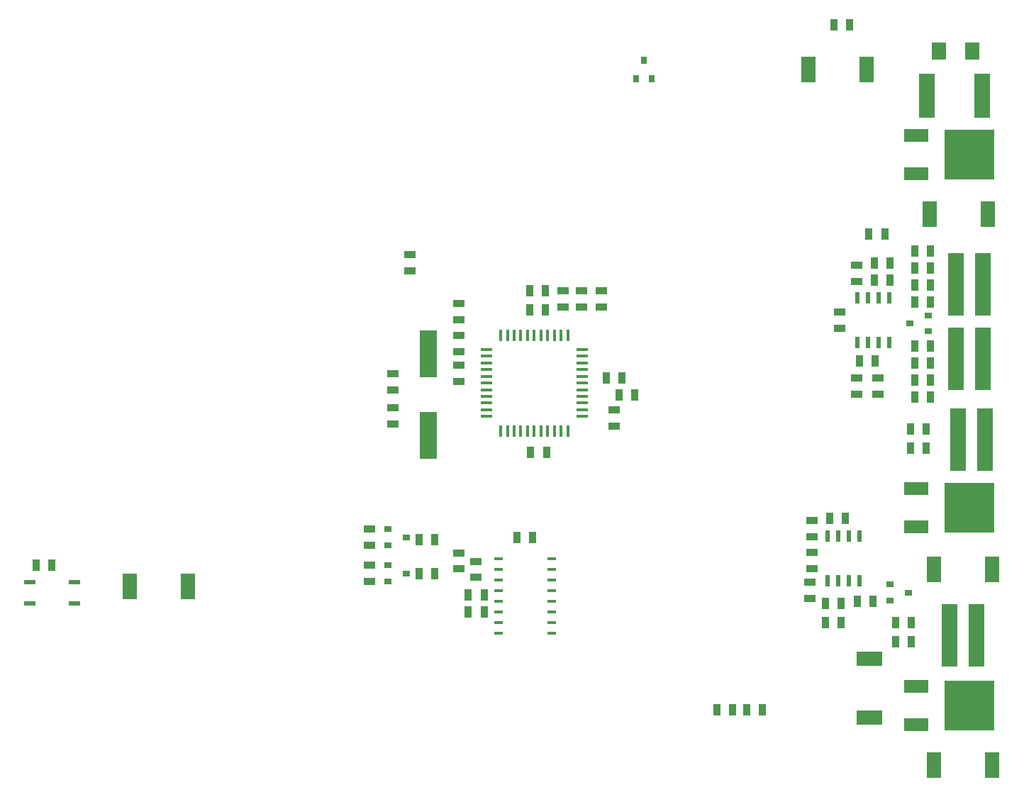
<source format=gtp>
G04 (created by PCBNEW (2013-mar-13)-testing) date Sat 12 Oct 2013 12:16:47 AM EDT*
%MOIN*%
G04 Gerber Fmt 3.4, Leading zero omitted, Abs format*
%FSLAX34Y34*%
G01*
G70*
G90*
G04 APERTURE LIST*
%ADD10C,0.005906*%
%ADD11R,0.021600X0.053100*%
%ADD12R,0.037400X0.029500*%
%ADD13R,0.053000X0.033000*%
%ADD14R,0.033000X0.053000*%
%ADD15R,0.080700X0.218500*%
%ADD16R,0.068900X0.084600*%
%ADD17R,0.076740X0.206661*%
%ADD18R,0.118000X0.063000*%
%ADD19R,0.238000X0.238000*%
%ADD20R,0.029500X0.037400*%
%ADD21R,0.068900X0.123984*%
%ADD22R,0.123984X0.068900*%
%ADD23R,0.014000X0.058000*%
%ADD24R,0.058000X0.014000*%
%ADD25R,0.043000X0.018000*%
%ADD26R,0.053100X0.021600*%
%ADD27R,0.076740X0.297213*%
G04 APERTURE END LIST*
G54D10*
G54D11*
X45650Y-20050D03*
X45650Y-22150D03*
X46150Y-20050D03*
X46650Y-20050D03*
X47150Y-20050D03*
X46150Y-22150D03*
X46650Y-22150D03*
X47150Y-22150D03*
X44250Y-31250D03*
X44250Y-33350D03*
X44750Y-31250D03*
X45250Y-31250D03*
X45750Y-31250D03*
X44750Y-33350D03*
X45250Y-33350D03*
X45750Y-33350D03*
G54D12*
X48033Y-33900D03*
X47167Y-34275D03*
X47167Y-33525D03*
X48092Y-21250D03*
X48958Y-20875D03*
X48958Y-21625D03*
G54D13*
X33600Y-20475D03*
X33600Y-19725D03*
X32675Y-19725D03*
X32675Y-20475D03*
X26900Y-23225D03*
X26900Y-23975D03*
G54D14*
X30225Y-19700D03*
X30975Y-19700D03*
X30225Y-20600D03*
X30975Y-20600D03*
X35175Y-24600D03*
X34425Y-24600D03*
X7025Y-32600D03*
X7775Y-32600D03*
G54D13*
X26920Y-32780D03*
X26920Y-32030D03*
G54D14*
X30375Y-31300D03*
X29625Y-31300D03*
G54D13*
X27720Y-32430D03*
X27720Y-33180D03*
G54D14*
X27345Y-34005D03*
X28095Y-34005D03*
X27345Y-34805D03*
X28095Y-34805D03*
G54D13*
X26900Y-21825D03*
X26900Y-22575D03*
G54D14*
X34575Y-23800D03*
X33825Y-23800D03*
G54D13*
X23800Y-23625D03*
X23800Y-24375D03*
X23800Y-25225D03*
X23800Y-25975D03*
G54D14*
X44525Y-7200D03*
X45275Y-7200D03*
X30280Y-27310D03*
X31030Y-27310D03*
X39775Y-39400D03*
X39025Y-39400D03*
X40425Y-39400D03*
X41175Y-39400D03*
G54D13*
X34200Y-25325D03*
X34200Y-26075D03*
X24600Y-18775D03*
X24600Y-18025D03*
X22700Y-33375D03*
X22700Y-32625D03*
G54D14*
X25025Y-33000D03*
X25775Y-33000D03*
G54D13*
X22700Y-31675D03*
X22700Y-30925D03*
G54D14*
X25025Y-31400D03*
X25775Y-31400D03*
X46925Y-17050D03*
X46175Y-17050D03*
G54D13*
X26900Y-20325D03*
X26900Y-21075D03*
X45600Y-24575D03*
X45600Y-23825D03*
G54D14*
X45725Y-23000D03*
X46475Y-23000D03*
X44875Y-34400D03*
X44125Y-34400D03*
X44125Y-35300D03*
X44875Y-35300D03*
G54D13*
X45600Y-19275D03*
X45600Y-18525D03*
G54D14*
X46425Y-19200D03*
X47175Y-19200D03*
G54D13*
X43500Y-31275D03*
X43500Y-30525D03*
G54D14*
X44325Y-30400D03*
X45075Y-30400D03*
G54D13*
X43400Y-34175D03*
X43400Y-33425D03*
G54D14*
X47425Y-36200D03*
X48175Y-36200D03*
G54D13*
X46600Y-24575D03*
X46600Y-23825D03*
G54D14*
X46425Y-18400D03*
X47175Y-18400D03*
X48875Y-26200D03*
X48125Y-26200D03*
X48175Y-35300D03*
X47425Y-35300D03*
G54D15*
X25470Y-22681D03*
X25470Y-26499D03*
G54D16*
X51040Y-8450D03*
X49460Y-8450D03*
G54D17*
X48900Y-10550D03*
X51499Y-10550D03*
G54D18*
X48400Y-38300D03*
G54D19*
X50900Y-39200D03*
G54D18*
X48400Y-40100D03*
X48400Y-29000D03*
G54D19*
X50900Y-29900D03*
G54D18*
X48400Y-30800D03*
X48400Y-12400D03*
G54D19*
X50900Y-13300D03*
G54D18*
X48400Y-14200D03*
G54D20*
X35600Y-8867D03*
X35975Y-9733D03*
X35225Y-9733D03*
G54D21*
X51777Y-16100D03*
X49022Y-16100D03*
X46077Y-9300D03*
X43322Y-9300D03*
G54D22*
X46200Y-37022D03*
X46200Y-39777D03*
G54D21*
X14177Y-33600D03*
X11422Y-33600D03*
X49222Y-32800D03*
X51977Y-32800D03*
X49222Y-42000D03*
X51977Y-42000D03*
G54D23*
X30450Y-21800D03*
X30135Y-21800D03*
X29820Y-21800D03*
X29505Y-21800D03*
X29190Y-21800D03*
X28875Y-21800D03*
X30765Y-21800D03*
X31080Y-21800D03*
X31395Y-21800D03*
X31710Y-21800D03*
X32025Y-21800D03*
X30450Y-26300D03*
X30135Y-26300D03*
X29820Y-26300D03*
X29505Y-26300D03*
X29190Y-26300D03*
X28875Y-26300D03*
X30765Y-26300D03*
X31080Y-26300D03*
X31395Y-26300D03*
X31710Y-26300D03*
X32025Y-26300D03*
G54D24*
X28200Y-24050D03*
X32700Y-24050D03*
X28200Y-24365D03*
X32700Y-24365D03*
X32700Y-24680D03*
X28200Y-24680D03*
X28200Y-24995D03*
X32700Y-24995D03*
X32700Y-25310D03*
X28200Y-25310D03*
X28200Y-25625D03*
X32700Y-25625D03*
X32700Y-23735D03*
X28200Y-23735D03*
X28200Y-23420D03*
X32700Y-23420D03*
X32700Y-23105D03*
X28200Y-23105D03*
X28200Y-22790D03*
X32700Y-22790D03*
X32700Y-22475D03*
X28200Y-22475D03*
G54D12*
X24433Y-31300D03*
X23567Y-31675D03*
X23567Y-30925D03*
X24433Y-33000D03*
X23567Y-33375D03*
X23567Y-32625D03*
G54D13*
X44800Y-20725D03*
X44800Y-21475D03*
X43500Y-32025D03*
X43500Y-32775D03*
G54D14*
X48325Y-23100D03*
X49075Y-23100D03*
X48325Y-23900D03*
X49075Y-23900D03*
X49075Y-24700D03*
X48325Y-24700D03*
X48325Y-22300D03*
X49075Y-22300D03*
X48325Y-20250D03*
X49075Y-20250D03*
X48325Y-19450D03*
X49075Y-19450D03*
X49075Y-18650D03*
X48325Y-18650D03*
X48325Y-17850D03*
X49075Y-17850D03*
X45625Y-34300D03*
X46375Y-34300D03*
X48875Y-27100D03*
X48125Y-27100D03*
G54D25*
X31270Y-32305D03*
X31270Y-33305D03*
X31270Y-33805D03*
X31270Y-34305D03*
X31270Y-34805D03*
X31270Y-35305D03*
X31270Y-35805D03*
X28770Y-35805D03*
X28770Y-35305D03*
X28770Y-34805D03*
X28770Y-34305D03*
X28770Y-33805D03*
X28770Y-33305D03*
X28770Y-32805D03*
X28770Y-32305D03*
X31270Y-32805D03*
G54D13*
X31800Y-19725D03*
X31800Y-20475D03*
G54D26*
X6750Y-33400D03*
X6750Y-34400D03*
X8850Y-33400D03*
X8850Y-34400D03*
G54D27*
X49970Y-35900D03*
X51229Y-35900D03*
X50370Y-26700D03*
X51629Y-26700D03*
X50270Y-19400D03*
X51529Y-19400D03*
X50270Y-22900D03*
X51529Y-22900D03*
M02*

</source>
